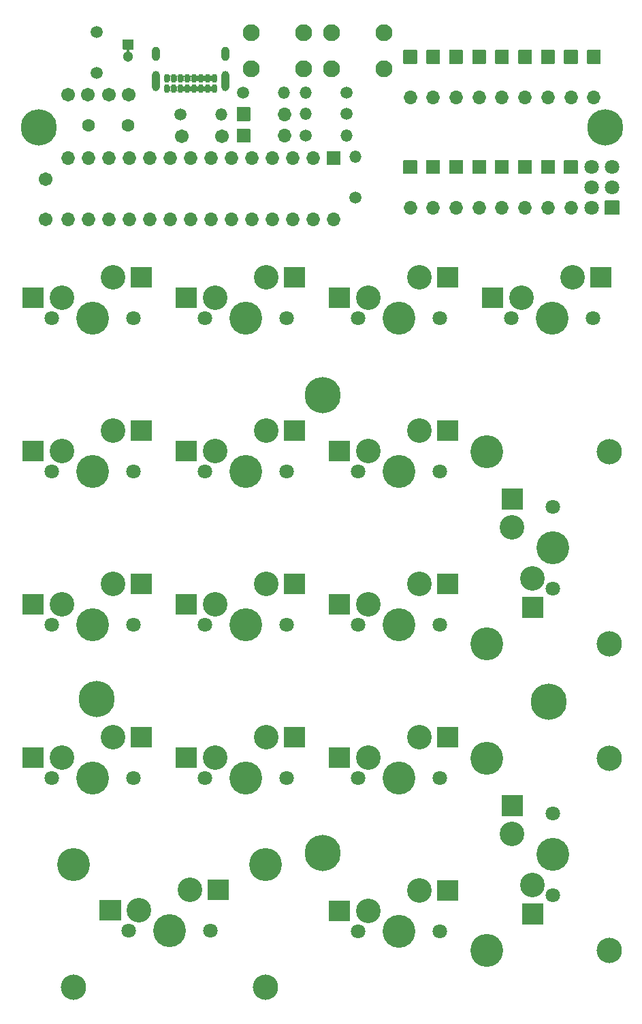
<source format=gbr>
%TF.GenerationSoftware,KiCad,Pcbnew,5.1.7-a382d34a8~88~ubuntu20.04.1*%
%TF.CreationDate,2021-03-29T23:27:39+02:00*%
%TF.ProjectId,discipad-pro,64697363-6970-4616-942d-70726f2e6b69,rev?*%
%TF.SameCoordinates,Original*%
%TF.FileFunction,Soldermask,Bot*%
%TF.FilePolarity,Negative*%
%FSLAX46Y46*%
G04 Gerber Fmt 4.6, Leading zero omitted, Abs format (unit mm)*
G04 Created by KiCad (PCBNEW 5.1.7-a382d34a8~88~ubuntu20.04.1) date 2021-03-29 23:27:39*
%MOMM*%
%LPD*%
G01*
G04 APERTURE LIST*
%ADD10C,3.150000*%
%ADD11C,4.089800*%
%ADD12C,4.082180*%
%ADD13C,3.052000*%
%ADD14C,1.802000*%
%ADD15C,2.102000*%
%ADD16O,1.702000X1.702000*%
%ADD17C,1.502000*%
%ADD18C,4.502000*%
%ADD19C,1.702000*%
%ADD20C,1.302000*%
%ADD21O,1.502000X1.502000*%
%ADD22O,1.002000X1.802000*%
%ADD23O,1.002000X2.502000*%
%ADD24O,0.752000X1.102000*%
%ADD25C,1.602000*%
%ADD26C,0.150000*%
G04 APERTURE END LIST*
D10*
X179451000Y-106934000D03*
D11*
X164211000Y-106934000D03*
X164211000Y-130810000D03*
D10*
X179451000Y-130810000D03*
G36*
G01*
X168676000Y-124906000D02*
X171176000Y-124906000D01*
G75*
G02*
X171227000Y-124957000I0J-51000D01*
G01*
X171227000Y-127507000D01*
G75*
G02*
X171176000Y-127558000I-51000J0D01*
G01*
X168676000Y-127558000D01*
G75*
G02*
X168625000Y-127507000I0J51000D01*
G01*
X168625000Y-124957000D01*
G75*
G02*
X168676000Y-124906000I51000J0D01*
G01*
G37*
D12*
X172466000Y-118872000D03*
D13*
X167386000Y-116332000D03*
X169926000Y-122682000D03*
G36*
G01*
X166136000Y-111456000D02*
X168636000Y-111456000D01*
G75*
G02*
X168687000Y-111507000I0J-51000D01*
G01*
X168687000Y-114057000D01*
G75*
G02*
X168636000Y-114108000I-51000J0D01*
G01*
X166136000Y-114108000D01*
G75*
G02*
X166085000Y-114057000I0J51000D01*
G01*
X166085000Y-111507000D01*
G75*
G02*
X166136000Y-111456000I51000J0D01*
G01*
G37*
D14*
X172466000Y-113792000D03*
X172466000Y-123952000D03*
D10*
X136704000Y-135307000D03*
D11*
X136704000Y-120067000D03*
X112828000Y-120067000D03*
D10*
X112828000Y-135307000D03*
G36*
G01*
X118732000Y-124532000D02*
X118732000Y-127032000D01*
G75*
G02*
X118681000Y-127083000I-51000J0D01*
G01*
X116131000Y-127083000D01*
G75*
G02*
X116080000Y-127032000I0J51000D01*
G01*
X116080000Y-124532000D01*
G75*
G02*
X116131000Y-124481000I51000J0D01*
G01*
X118681000Y-124481000D01*
G75*
G02*
X118732000Y-124532000I0J-51000D01*
G01*
G37*
D12*
X124766000Y-128322000D03*
D13*
X127306000Y-123242000D03*
X120956000Y-125782000D03*
G36*
G01*
X132182000Y-121992000D02*
X132182000Y-124492000D01*
G75*
G02*
X132131000Y-124543000I-51000J0D01*
G01*
X129581000Y-124543000D01*
G75*
G02*
X129530000Y-124492000I0J51000D01*
G01*
X129530000Y-121992000D01*
G75*
G02*
X129581000Y-121941000I51000J0D01*
G01*
X132131000Y-121941000D01*
G75*
G02*
X132182000Y-121992000I0J-51000D01*
G01*
G37*
D14*
X129846000Y-128322000D03*
X119686000Y-128322000D03*
D10*
X179451000Y-68834000D03*
D11*
X164211000Y-68834000D03*
X164211000Y-92710000D03*
D10*
X179451000Y-92710000D03*
G36*
G01*
X168676000Y-86806000D02*
X171176000Y-86806000D01*
G75*
G02*
X171227000Y-86857000I0J-51000D01*
G01*
X171227000Y-89407000D01*
G75*
G02*
X171176000Y-89458000I-51000J0D01*
G01*
X168676000Y-89458000D01*
G75*
G02*
X168625000Y-89407000I0J51000D01*
G01*
X168625000Y-86857000D01*
G75*
G02*
X168676000Y-86806000I51000J0D01*
G01*
G37*
D12*
X172466000Y-80772000D03*
D13*
X167386000Y-78232000D03*
X169926000Y-84582000D03*
G36*
G01*
X166136000Y-73356000D02*
X168636000Y-73356000D01*
G75*
G02*
X168687000Y-73407000I0J-51000D01*
G01*
X168687000Y-75957000D01*
G75*
G02*
X168636000Y-76008000I-51000J0D01*
G01*
X166136000Y-76008000D01*
G75*
G02*
X166085000Y-75957000I0J51000D01*
G01*
X166085000Y-73407000D01*
G75*
G02*
X166136000Y-73356000I51000J0D01*
G01*
G37*
D14*
X172466000Y-75692000D03*
X172466000Y-85852000D03*
G36*
G01*
X147255000Y-124607000D02*
X147255000Y-127107000D01*
G75*
G02*
X147204000Y-127158000I-51000J0D01*
G01*
X144654000Y-127158000D01*
G75*
G02*
X144603000Y-127107000I0J51000D01*
G01*
X144603000Y-124607000D01*
G75*
G02*
X144654000Y-124556000I51000J0D01*
G01*
X147204000Y-124556000D01*
G75*
G02*
X147255000Y-124607000I0J-51000D01*
G01*
G37*
D12*
X153289000Y-128397000D03*
D13*
X155829000Y-123317000D03*
X149479000Y-125857000D03*
G36*
G01*
X160705000Y-122067000D02*
X160705000Y-124567000D01*
G75*
G02*
X160654000Y-124618000I-51000J0D01*
G01*
X158104000Y-124618000D01*
G75*
G02*
X158053000Y-124567000I0J51000D01*
G01*
X158053000Y-122067000D01*
G75*
G02*
X158104000Y-122016000I51000J0D01*
G01*
X160654000Y-122016000D01*
G75*
G02*
X160705000Y-122067000I0J-51000D01*
G01*
G37*
D14*
X158369000Y-128397000D03*
X148209000Y-128397000D03*
G36*
G01*
X147255000Y-105557000D02*
X147255000Y-108057000D01*
G75*
G02*
X147204000Y-108108000I-51000J0D01*
G01*
X144654000Y-108108000D01*
G75*
G02*
X144603000Y-108057000I0J51000D01*
G01*
X144603000Y-105557000D01*
G75*
G02*
X144654000Y-105506000I51000J0D01*
G01*
X147204000Y-105506000D01*
G75*
G02*
X147255000Y-105557000I0J-51000D01*
G01*
G37*
D12*
X153289000Y-109347000D03*
D13*
X155829000Y-104267000D03*
X149479000Y-106807000D03*
G36*
G01*
X160705000Y-103017000D02*
X160705000Y-105517000D01*
G75*
G02*
X160654000Y-105568000I-51000J0D01*
G01*
X158104000Y-105568000D01*
G75*
G02*
X158053000Y-105517000I0J51000D01*
G01*
X158053000Y-103017000D01*
G75*
G02*
X158104000Y-102966000I51000J0D01*
G01*
X160654000Y-102966000D01*
G75*
G02*
X160705000Y-103017000I0J-51000D01*
G01*
G37*
D14*
X158369000Y-109347000D03*
X148209000Y-109347000D03*
G36*
G01*
X128205000Y-105557000D02*
X128205000Y-108057000D01*
G75*
G02*
X128154000Y-108108000I-51000J0D01*
G01*
X125604000Y-108108000D01*
G75*
G02*
X125553000Y-108057000I0J51000D01*
G01*
X125553000Y-105557000D01*
G75*
G02*
X125604000Y-105506000I51000J0D01*
G01*
X128154000Y-105506000D01*
G75*
G02*
X128205000Y-105557000I0J-51000D01*
G01*
G37*
D12*
X134239000Y-109347000D03*
D13*
X136779000Y-104267000D03*
X130429000Y-106807000D03*
G36*
G01*
X141655000Y-103017000D02*
X141655000Y-105517000D01*
G75*
G02*
X141604000Y-105568000I-51000J0D01*
G01*
X139054000Y-105568000D01*
G75*
G02*
X139003000Y-105517000I0J51000D01*
G01*
X139003000Y-103017000D01*
G75*
G02*
X139054000Y-102966000I51000J0D01*
G01*
X141604000Y-102966000D01*
G75*
G02*
X141655000Y-103017000I0J-51000D01*
G01*
G37*
D14*
X139319000Y-109347000D03*
X129159000Y-109347000D03*
G36*
G01*
X109155000Y-105557000D02*
X109155000Y-108057000D01*
G75*
G02*
X109104000Y-108108000I-51000J0D01*
G01*
X106554000Y-108108000D01*
G75*
G02*
X106503000Y-108057000I0J51000D01*
G01*
X106503000Y-105557000D01*
G75*
G02*
X106554000Y-105506000I51000J0D01*
G01*
X109104000Y-105506000D01*
G75*
G02*
X109155000Y-105557000I0J-51000D01*
G01*
G37*
D12*
X115189000Y-109347000D03*
D13*
X117729000Y-104267000D03*
X111379000Y-106807000D03*
G36*
G01*
X122605000Y-103017000D02*
X122605000Y-105517000D01*
G75*
G02*
X122554000Y-105568000I-51000J0D01*
G01*
X120004000Y-105568000D01*
G75*
G02*
X119953000Y-105517000I0J51000D01*
G01*
X119953000Y-103017000D01*
G75*
G02*
X120004000Y-102966000I51000J0D01*
G01*
X122554000Y-102966000D01*
G75*
G02*
X122605000Y-103017000I0J-51000D01*
G01*
G37*
D14*
X120269000Y-109347000D03*
X110109000Y-109347000D03*
G36*
G01*
X147255000Y-86507000D02*
X147255000Y-89007000D01*
G75*
G02*
X147204000Y-89058000I-51000J0D01*
G01*
X144654000Y-89058000D01*
G75*
G02*
X144603000Y-89007000I0J51000D01*
G01*
X144603000Y-86507000D01*
G75*
G02*
X144654000Y-86456000I51000J0D01*
G01*
X147204000Y-86456000D01*
G75*
G02*
X147255000Y-86507000I0J-51000D01*
G01*
G37*
D12*
X153289000Y-90297000D03*
D13*
X155829000Y-85217000D03*
X149479000Y-87757000D03*
G36*
G01*
X160705000Y-83967000D02*
X160705000Y-86467000D01*
G75*
G02*
X160654000Y-86518000I-51000J0D01*
G01*
X158104000Y-86518000D01*
G75*
G02*
X158053000Y-86467000I0J51000D01*
G01*
X158053000Y-83967000D01*
G75*
G02*
X158104000Y-83916000I51000J0D01*
G01*
X160654000Y-83916000D01*
G75*
G02*
X160705000Y-83967000I0J-51000D01*
G01*
G37*
D14*
X158369000Y-90297000D03*
X148209000Y-90297000D03*
G36*
G01*
X128205000Y-86507000D02*
X128205000Y-89007000D01*
G75*
G02*
X128154000Y-89058000I-51000J0D01*
G01*
X125604000Y-89058000D01*
G75*
G02*
X125553000Y-89007000I0J51000D01*
G01*
X125553000Y-86507000D01*
G75*
G02*
X125604000Y-86456000I51000J0D01*
G01*
X128154000Y-86456000D01*
G75*
G02*
X128205000Y-86507000I0J-51000D01*
G01*
G37*
D12*
X134239000Y-90297000D03*
D13*
X136779000Y-85217000D03*
X130429000Y-87757000D03*
G36*
G01*
X141655000Y-83967000D02*
X141655000Y-86467000D01*
G75*
G02*
X141604000Y-86518000I-51000J0D01*
G01*
X139054000Y-86518000D01*
G75*
G02*
X139003000Y-86467000I0J51000D01*
G01*
X139003000Y-83967000D01*
G75*
G02*
X139054000Y-83916000I51000J0D01*
G01*
X141604000Y-83916000D01*
G75*
G02*
X141655000Y-83967000I0J-51000D01*
G01*
G37*
D14*
X139319000Y-90297000D03*
X129159000Y-90297000D03*
G36*
G01*
X109155000Y-86507000D02*
X109155000Y-89007000D01*
G75*
G02*
X109104000Y-89058000I-51000J0D01*
G01*
X106554000Y-89058000D01*
G75*
G02*
X106503000Y-89007000I0J51000D01*
G01*
X106503000Y-86507000D01*
G75*
G02*
X106554000Y-86456000I51000J0D01*
G01*
X109104000Y-86456000D01*
G75*
G02*
X109155000Y-86507000I0J-51000D01*
G01*
G37*
D12*
X115189000Y-90297000D03*
D13*
X117729000Y-85217000D03*
X111379000Y-87757000D03*
G36*
G01*
X122605000Y-83967000D02*
X122605000Y-86467000D01*
G75*
G02*
X122554000Y-86518000I-51000J0D01*
G01*
X120004000Y-86518000D01*
G75*
G02*
X119953000Y-86467000I0J51000D01*
G01*
X119953000Y-83967000D01*
G75*
G02*
X120004000Y-83916000I51000J0D01*
G01*
X122554000Y-83916000D01*
G75*
G02*
X122605000Y-83967000I0J-51000D01*
G01*
G37*
D14*
X120269000Y-90297000D03*
X110109000Y-90297000D03*
G36*
G01*
X147255000Y-67457000D02*
X147255000Y-69957000D01*
G75*
G02*
X147204000Y-70008000I-51000J0D01*
G01*
X144654000Y-70008000D01*
G75*
G02*
X144603000Y-69957000I0J51000D01*
G01*
X144603000Y-67457000D01*
G75*
G02*
X144654000Y-67406000I51000J0D01*
G01*
X147204000Y-67406000D01*
G75*
G02*
X147255000Y-67457000I0J-51000D01*
G01*
G37*
D12*
X153289000Y-71247000D03*
D13*
X155829000Y-66167000D03*
X149479000Y-68707000D03*
G36*
G01*
X160705000Y-64917000D02*
X160705000Y-67417000D01*
G75*
G02*
X160654000Y-67468000I-51000J0D01*
G01*
X158104000Y-67468000D01*
G75*
G02*
X158053000Y-67417000I0J51000D01*
G01*
X158053000Y-64917000D01*
G75*
G02*
X158104000Y-64866000I51000J0D01*
G01*
X160654000Y-64866000D01*
G75*
G02*
X160705000Y-64917000I0J-51000D01*
G01*
G37*
D14*
X158369000Y-71247000D03*
X148209000Y-71247000D03*
G36*
G01*
X128205000Y-67457000D02*
X128205000Y-69957000D01*
G75*
G02*
X128154000Y-70008000I-51000J0D01*
G01*
X125604000Y-70008000D01*
G75*
G02*
X125553000Y-69957000I0J51000D01*
G01*
X125553000Y-67457000D01*
G75*
G02*
X125604000Y-67406000I51000J0D01*
G01*
X128154000Y-67406000D01*
G75*
G02*
X128205000Y-67457000I0J-51000D01*
G01*
G37*
D12*
X134239000Y-71247000D03*
D13*
X136779000Y-66167000D03*
X130429000Y-68707000D03*
G36*
G01*
X141655000Y-64917000D02*
X141655000Y-67417000D01*
G75*
G02*
X141604000Y-67468000I-51000J0D01*
G01*
X139054000Y-67468000D01*
G75*
G02*
X139003000Y-67417000I0J51000D01*
G01*
X139003000Y-64917000D01*
G75*
G02*
X139054000Y-64866000I51000J0D01*
G01*
X141604000Y-64866000D01*
G75*
G02*
X141655000Y-64917000I0J-51000D01*
G01*
G37*
D14*
X139319000Y-71247000D03*
X129159000Y-71247000D03*
G36*
G01*
X109155000Y-67457000D02*
X109155000Y-69957000D01*
G75*
G02*
X109104000Y-70008000I-51000J0D01*
G01*
X106554000Y-70008000D01*
G75*
G02*
X106503000Y-69957000I0J51000D01*
G01*
X106503000Y-67457000D01*
G75*
G02*
X106554000Y-67406000I51000J0D01*
G01*
X109104000Y-67406000D01*
G75*
G02*
X109155000Y-67457000I0J-51000D01*
G01*
G37*
D12*
X115189000Y-71247000D03*
D13*
X117729000Y-66167000D03*
X111379000Y-68707000D03*
G36*
G01*
X122605000Y-64917000D02*
X122605000Y-67417000D01*
G75*
G02*
X122554000Y-67468000I-51000J0D01*
G01*
X120004000Y-67468000D01*
G75*
G02*
X119953000Y-67417000I0J51000D01*
G01*
X119953000Y-64917000D01*
G75*
G02*
X120004000Y-64866000I51000J0D01*
G01*
X122554000Y-64866000D01*
G75*
G02*
X122605000Y-64917000I0J-51000D01*
G01*
G37*
D14*
X120269000Y-71247000D03*
X110109000Y-71247000D03*
G36*
G01*
X166305000Y-48407000D02*
X166305000Y-50907000D01*
G75*
G02*
X166254000Y-50958000I-51000J0D01*
G01*
X163704000Y-50958000D01*
G75*
G02*
X163653000Y-50907000I0J51000D01*
G01*
X163653000Y-48407000D01*
G75*
G02*
X163704000Y-48356000I51000J0D01*
G01*
X166254000Y-48356000D01*
G75*
G02*
X166305000Y-48407000I0J-51000D01*
G01*
G37*
D12*
X172339000Y-52197000D03*
D13*
X174879000Y-47117000D03*
X168529000Y-49657000D03*
G36*
G01*
X179755000Y-45867000D02*
X179755000Y-48367000D01*
G75*
G02*
X179704000Y-48418000I-51000J0D01*
G01*
X177154000Y-48418000D01*
G75*
G02*
X177103000Y-48367000I0J51000D01*
G01*
X177103000Y-45867000D01*
G75*
G02*
X177154000Y-45816000I51000J0D01*
G01*
X179704000Y-45816000D01*
G75*
G02*
X179755000Y-45867000I0J-51000D01*
G01*
G37*
D14*
X177419000Y-52197000D03*
X167259000Y-52197000D03*
G36*
G01*
X147255000Y-48407000D02*
X147255000Y-50907000D01*
G75*
G02*
X147204000Y-50958000I-51000J0D01*
G01*
X144654000Y-50958000D01*
G75*
G02*
X144603000Y-50907000I0J51000D01*
G01*
X144603000Y-48407000D01*
G75*
G02*
X144654000Y-48356000I51000J0D01*
G01*
X147204000Y-48356000D01*
G75*
G02*
X147255000Y-48407000I0J-51000D01*
G01*
G37*
D12*
X153289000Y-52197000D03*
D13*
X155829000Y-47117000D03*
X149479000Y-49657000D03*
G36*
G01*
X160705000Y-45867000D02*
X160705000Y-48367000D01*
G75*
G02*
X160654000Y-48418000I-51000J0D01*
G01*
X158104000Y-48418000D01*
G75*
G02*
X158053000Y-48367000I0J51000D01*
G01*
X158053000Y-45867000D01*
G75*
G02*
X158104000Y-45816000I51000J0D01*
G01*
X160654000Y-45816000D01*
G75*
G02*
X160705000Y-45867000I0J-51000D01*
G01*
G37*
D14*
X158369000Y-52197000D03*
X148209000Y-52197000D03*
G36*
G01*
X128205000Y-48407000D02*
X128205000Y-50907000D01*
G75*
G02*
X128154000Y-50958000I-51000J0D01*
G01*
X125604000Y-50958000D01*
G75*
G02*
X125553000Y-50907000I0J51000D01*
G01*
X125553000Y-48407000D01*
G75*
G02*
X125604000Y-48356000I51000J0D01*
G01*
X128154000Y-48356000D01*
G75*
G02*
X128205000Y-48407000I0J-51000D01*
G01*
G37*
D12*
X134239000Y-52197000D03*
D13*
X136779000Y-47117000D03*
X130429000Y-49657000D03*
G36*
G01*
X141655000Y-45867000D02*
X141655000Y-48367000D01*
G75*
G02*
X141604000Y-48418000I-51000J0D01*
G01*
X139054000Y-48418000D01*
G75*
G02*
X139003000Y-48367000I0J51000D01*
G01*
X139003000Y-45867000D01*
G75*
G02*
X139054000Y-45816000I51000J0D01*
G01*
X141604000Y-45816000D01*
G75*
G02*
X141655000Y-45867000I0J-51000D01*
G01*
G37*
D14*
X139319000Y-52197000D03*
X129159000Y-52197000D03*
G36*
G01*
X109155000Y-48407000D02*
X109155000Y-50907000D01*
G75*
G02*
X109104000Y-50958000I-51000J0D01*
G01*
X106554000Y-50958000D01*
G75*
G02*
X106503000Y-50907000I0J51000D01*
G01*
X106503000Y-48407000D01*
G75*
G02*
X106554000Y-48356000I51000J0D01*
G01*
X109104000Y-48356000D01*
G75*
G02*
X109155000Y-48407000I0J-51000D01*
G01*
G37*
D12*
X115189000Y-52197000D03*
D13*
X117729000Y-47117000D03*
X111379000Y-49657000D03*
G36*
G01*
X122605000Y-45867000D02*
X122605000Y-48367000D01*
G75*
G02*
X122554000Y-48418000I-51000J0D01*
G01*
X120004000Y-48418000D01*
G75*
G02*
X119953000Y-48367000I0J51000D01*
G01*
X119953000Y-45867000D01*
G75*
G02*
X120004000Y-45816000I51000J0D01*
G01*
X122554000Y-45816000D01*
G75*
G02*
X122605000Y-45867000I0J-51000D01*
G01*
G37*
D14*
X120269000Y-52197000D03*
X110109000Y-52197000D03*
D15*
X151470929Y-16693091D03*
X151470929Y-21193091D03*
X144970929Y-16693091D03*
X144970929Y-21193091D03*
D16*
X177550923Y-24807330D03*
G36*
G01*
X176750923Y-18876330D02*
X178350923Y-18876330D01*
G75*
G02*
X178401923Y-18927330I0J-51000D01*
G01*
X178401923Y-20527330D01*
G75*
G02*
X178350923Y-20578330I-51000J0D01*
G01*
X176750923Y-20578330D01*
G75*
G02*
X176699923Y-20527330I0J51000D01*
G01*
X176699923Y-18927330D01*
G75*
G02*
X176750923Y-18876330I51000J0D01*
G01*
G37*
X174696610Y-38488743D03*
G36*
G01*
X173896610Y-32557743D02*
X175496610Y-32557743D01*
G75*
G02*
X175547610Y-32608743I0J-51000D01*
G01*
X175547610Y-34208743D01*
G75*
G02*
X175496610Y-34259743I-51000J0D01*
G01*
X173896610Y-34259743D01*
G75*
G02*
X173845610Y-34208743I0J51000D01*
G01*
X173845610Y-32608743D01*
G75*
G02*
X173896610Y-32557743I51000J0D01*
G01*
G37*
X171842297Y-38488743D03*
G36*
G01*
X171042297Y-32557743D02*
X172642297Y-32557743D01*
G75*
G02*
X172693297Y-32608743I0J-51000D01*
G01*
X172693297Y-34208743D01*
G75*
G02*
X172642297Y-34259743I-51000J0D01*
G01*
X171042297Y-34259743D01*
G75*
G02*
X170991297Y-34208743I0J51000D01*
G01*
X170991297Y-32608743D01*
G75*
G02*
X171042297Y-32557743I51000J0D01*
G01*
G37*
X168987991Y-38488743D03*
G36*
G01*
X168187991Y-32557743D02*
X169787991Y-32557743D01*
G75*
G02*
X169838991Y-32608743I0J-51000D01*
G01*
X169838991Y-34208743D01*
G75*
G02*
X169787991Y-34259743I-51000J0D01*
G01*
X168187991Y-34259743D01*
G75*
G02*
X168136991Y-34208743I0J51000D01*
G01*
X168136991Y-32608743D01*
G75*
G02*
X168187991Y-32557743I51000J0D01*
G01*
G37*
X166133685Y-38488743D03*
G36*
G01*
X165333685Y-32557743D02*
X166933685Y-32557743D01*
G75*
G02*
X166984685Y-32608743I0J-51000D01*
G01*
X166984685Y-34208743D01*
G75*
G02*
X166933685Y-34259743I-51000J0D01*
G01*
X165333685Y-34259743D01*
G75*
G02*
X165282685Y-34208743I0J51000D01*
G01*
X165282685Y-32608743D01*
G75*
G02*
X165333685Y-32557743I51000J0D01*
G01*
G37*
X163279379Y-38488743D03*
G36*
G01*
X162479379Y-32557743D02*
X164079379Y-32557743D01*
G75*
G02*
X164130379Y-32608743I0J-51000D01*
G01*
X164130379Y-34208743D01*
G75*
G02*
X164079379Y-34259743I-51000J0D01*
G01*
X162479379Y-34259743D01*
G75*
G02*
X162428379Y-34208743I0J51000D01*
G01*
X162428379Y-32608743D01*
G75*
G02*
X162479379Y-32557743I51000J0D01*
G01*
G37*
X160425073Y-38488743D03*
G36*
G01*
X159625073Y-32557743D02*
X161225073Y-32557743D01*
G75*
G02*
X161276073Y-32608743I0J-51000D01*
G01*
X161276073Y-34208743D01*
G75*
G02*
X161225073Y-34259743I-51000J0D01*
G01*
X159625073Y-34259743D01*
G75*
G02*
X159574073Y-34208743I0J51000D01*
G01*
X159574073Y-32608743D01*
G75*
G02*
X159625073Y-32557743I51000J0D01*
G01*
G37*
X157570767Y-38488743D03*
G36*
G01*
X156770767Y-32557743D02*
X158370767Y-32557743D01*
G75*
G02*
X158421767Y-32608743I0J-51000D01*
G01*
X158421767Y-34208743D01*
G75*
G02*
X158370767Y-34259743I-51000J0D01*
G01*
X156770767Y-34259743D01*
G75*
G02*
X156719767Y-34208743I0J51000D01*
G01*
X156719767Y-32608743D01*
G75*
G02*
X156770767Y-32557743I51000J0D01*
G01*
G37*
X154716461Y-38488743D03*
G36*
G01*
X153916461Y-32557743D02*
X155516461Y-32557743D01*
G75*
G02*
X155567461Y-32608743I0J-51000D01*
G01*
X155567461Y-34208743D01*
G75*
G02*
X155516461Y-34259743I-51000J0D01*
G01*
X153916461Y-34259743D01*
G75*
G02*
X153865461Y-34208743I0J51000D01*
G01*
X153865461Y-32608743D01*
G75*
G02*
X153916461Y-32557743I51000J0D01*
G01*
G37*
X174696610Y-24807330D03*
G36*
G01*
X173896610Y-18876330D02*
X175496610Y-18876330D01*
G75*
G02*
X175547610Y-18927330I0J-51000D01*
G01*
X175547610Y-20527330D01*
G75*
G02*
X175496610Y-20578330I-51000J0D01*
G01*
X173896610Y-20578330D01*
G75*
G02*
X173845610Y-20527330I0J51000D01*
G01*
X173845610Y-18927330D01*
G75*
G02*
X173896610Y-18876330I51000J0D01*
G01*
G37*
X171842297Y-24807330D03*
G36*
G01*
X171042297Y-18876330D02*
X172642297Y-18876330D01*
G75*
G02*
X172693297Y-18927330I0J-51000D01*
G01*
X172693297Y-20527330D01*
G75*
G02*
X172642297Y-20578330I-51000J0D01*
G01*
X171042297Y-20578330D01*
G75*
G02*
X170991297Y-20527330I0J51000D01*
G01*
X170991297Y-18927330D01*
G75*
G02*
X171042297Y-18876330I51000J0D01*
G01*
G37*
X168987991Y-24807330D03*
G36*
G01*
X168187991Y-18876330D02*
X169787991Y-18876330D01*
G75*
G02*
X169838991Y-18927330I0J-51000D01*
G01*
X169838991Y-20527330D01*
G75*
G02*
X169787991Y-20578330I-51000J0D01*
G01*
X168187991Y-20578330D01*
G75*
G02*
X168136991Y-20527330I0J51000D01*
G01*
X168136991Y-18927330D01*
G75*
G02*
X168187991Y-18876330I51000J0D01*
G01*
G37*
X166133685Y-24807330D03*
G36*
G01*
X165333685Y-18876330D02*
X166933685Y-18876330D01*
G75*
G02*
X166984685Y-18927330I0J-51000D01*
G01*
X166984685Y-20527330D01*
G75*
G02*
X166933685Y-20578330I-51000J0D01*
G01*
X165333685Y-20578330D01*
G75*
G02*
X165282685Y-20527330I0J51000D01*
G01*
X165282685Y-18927330D01*
G75*
G02*
X165333685Y-18876330I51000J0D01*
G01*
G37*
X163279379Y-24807330D03*
G36*
G01*
X162479379Y-18876330D02*
X164079379Y-18876330D01*
G75*
G02*
X164130379Y-18927330I0J-51000D01*
G01*
X164130379Y-20527330D01*
G75*
G02*
X164079379Y-20578330I-51000J0D01*
G01*
X162479379Y-20578330D01*
G75*
G02*
X162428379Y-20527330I0J51000D01*
G01*
X162428379Y-18927330D01*
G75*
G02*
X162479379Y-18876330I51000J0D01*
G01*
G37*
X160425073Y-24807330D03*
G36*
G01*
X159625073Y-18876330D02*
X161225073Y-18876330D01*
G75*
G02*
X161276073Y-18927330I0J-51000D01*
G01*
X161276073Y-20527330D01*
G75*
G02*
X161225073Y-20578330I-51000J0D01*
G01*
X159625073Y-20578330D01*
G75*
G02*
X159574073Y-20527330I0J51000D01*
G01*
X159574073Y-18927330D01*
G75*
G02*
X159625073Y-18876330I51000J0D01*
G01*
G37*
X157570767Y-24807330D03*
G36*
G01*
X156770767Y-18876330D02*
X158370767Y-18876330D01*
G75*
G02*
X158421767Y-18927330I0J-51000D01*
G01*
X158421767Y-20527330D01*
G75*
G02*
X158370767Y-20578330I-51000J0D01*
G01*
X156770767Y-20578330D01*
G75*
G02*
X156719767Y-20527330I0J51000D01*
G01*
X156719767Y-18927330D01*
G75*
G02*
X156770767Y-18876330I51000J0D01*
G01*
G37*
X154716461Y-24807330D03*
G36*
G01*
X153916461Y-18876330D02*
X155516461Y-18876330D01*
G75*
G02*
X155567461Y-18927330I0J-51000D01*
G01*
X155567461Y-20527330D01*
G75*
G02*
X155516461Y-20578330I-51000J0D01*
G01*
X153916461Y-20578330D01*
G75*
G02*
X153865461Y-20527330I0J51000D01*
G01*
X153865461Y-18927330D01*
G75*
G02*
X153916461Y-18876330I51000J0D01*
G01*
G37*
X139054831Y-29536623D03*
G36*
G01*
X133123831Y-30336623D02*
X133123831Y-28736623D01*
G75*
G02*
X133174831Y-28685623I51000J0D01*
G01*
X134774831Y-28685623D01*
G75*
G02*
X134825831Y-28736623I0J-51000D01*
G01*
X134825831Y-30336623D01*
G75*
G02*
X134774831Y-30387623I-51000J0D01*
G01*
X133174831Y-30387623D01*
G75*
G02*
X133123831Y-30336623I0J51000D01*
G01*
G37*
X139054831Y-26841931D03*
G36*
G01*
X133123831Y-27641931D02*
X133123831Y-26041931D01*
G75*
G02*
X133174831Y-25990931I51000J0D01*
G01*
X134774831Y-25990931D01*
G75*
G02*
X134825831Y-26041931I0J-51000D01*
G01*
X134825831Y-27641931D01*
G75*
G02*
X134774831Y-27692931I-51000J0D01*
G01*
X133174831Y-27692931D01*
G75*
G02*
X133123831Y-27641931I0J51000D01*
G01*
G37*
D17*
X115714273Y-16610309D03*
X115714273Y-21710309D03*
D18*
X143833559Y-118686673D03*
X115752543Y-99566685D03*
X171914575Y-99841686D03*
X143833559Y-61784261D03*
X179001130Y-28475773D03*
X108503031Y-28475773D03*
D19*
X117219101Y-24409709D03*
X119719101Y-24409709D03*
X112164393Y-24392211D03*
X114664393Y-24392211D03*
G36*
G01*
X119033824Y-17529421D02*
X120233826Y-17529421D01*
G75*
G02*
X120284825Y-17580420I0J-50999D01*
G01*
X120284825Y-18780422D01*
G75*
G02*
X120233826Y-18831421I-50999J0D01*
G01*
X119033824Y-18831421D01*
G75*
G02*
X118982825Y-18780422I0J50999D01*
G01*
X118982825Y-17580420D01*
G75*
G02*
X119033824Y-17529421I50999J0D01*
G01*
G37*
D20*
X119633825Y-19680421D03*
D19*
X126287493Y-29571619D03*
X131287493Y-29571619D03*
X109414993Y-34908509D03*
X109414993Y-39908509D03*
D21*
X141703959Y-24147239D03*
D17*
X146783959Y-24147239D03*
X126178077Y-26841931D03*
D21*
X131258077Y-26841931D03*
D17*
X133929691Y-24199733D03*
D21*
X139009691Y-24199733D03*
X146783959Y-29484129D03*
D17*
X141703959Y-29484129D03*
D21*
X141703959Y-26771939D03*
D17*
X146783959Y-26771939D03*
X147875597Y-37235743D03*
D21*
X147875597Y-32155743D03*
D15*
X134962073Y-21193091D03*
X134962073Y-16693091D03*
X141462073Y-21193091D03*
X141462073Y-16693091D03*
G36*
G01*
X144363407Y-31450307D02*
X145963407Y-31450307D01*
G75*
G02*
X146014407Y-31501307I0J-51000D01*
G01*
X146014407Y-33101307D01*
G75*
G02*
X145963407Y-33152307I-51000J0D01*
G01*
X144363407Y-33152307D01*
G75*
G02*
X144312407Y-33101307I0J51000D01*
G01*
X144312407Y-31501307D01*
G75*
G02*
X144363407Y-31450307I51000J0D01*
G01*
G37*
D16*
X112143407Y-39921307D03*
X142623407Y-32301307D03*
X114683407Y-39921307D03*
X140083407Y-32301307D03*
X117223407Y-39921307D03*
X137543407Y-32301307D03*
X119763407Y-39921307D03*
X135003407Y-32301307D03*
X122303407Y-39921307D03*
X132463407Y-32301307D03*
X124843407Y-39921307D03*
X129923407Y-32301307D03*
X127383407Y-39921307D03*
X127383407Y-32301307D03*
X129923407Y-39921307D03*
X124843407Y-32301307D03*
X132463407Y-39921307D03*
X122303407Y-32301307D03*
X135003407Y-39921307D03*
X119763407Y-32301307D03*
X137543407Y-39921307D03*
X117223407Y-32301307D03*
X140083407Y-39921307D03*
X114683407Y-32301307D03*
X142623407Y-39921307D03*
X112143407Y-32301307D03*
X145163407Y-39921307D03*
D22*
X123077937Y-19342987D03*
X131727937Y-19342987D03*
D23*
X123077937Y-22722987D03*
X131727937Y-22722987D03*
D24*
X124422937Y-22377987D03*
X125272937Y-22377987D03*
X126122937Y-22377987D03*
X126972937Y-22377987D03*
X127822937Y-22377987D03*
X128672937Y-22377987D03*
X129522937Y-22377987D03*
X130377937Y-22377987D03*
X124427937Y-23702987D03*
X125277937Y-23702987D03*
X126127937Y-23702987D03*
X126977937Y-23702987D03*
X127827937Y-23702987D03*
X129527937Y-23702987D03*
X130377937Y-23702987D03*
X128677937Y-23702987D03*
D25*
X119616327Y-28276767D03*
X114736327Y-28276767D03*
D14*
X177279591Y-33383393D03*
X179819591Y-33383393D03*
X177279591Y-35923393D03*
X179819591Y-35923393D03*
X177279591Y-38463393D03*
G36*
G01*
X180669591Y-39364393D02*
X178969591Y-39364393D01*
G75*
G02*
X178918591Y-39313393I0J51000D01*
G01*
X178918591Y-37613393D01*
G75*
G02*
X178969591Y-37562393I51000J0D01*
G01*
X180669591Y-37562393D01*
G75*
G02*
X180720591Y-37613393I0J-51000D01*
G01*
X180720591Y-39313393D01*
G75*
G02*
X180669591Y-39364393I-51000J0D01*
G01*
G37*
D26*
G36*
X129847775Y-23328350D02*
G01*
X129857870Y-23343457D01*
X129874918Y-23360503D01*
X129894966Y-23373897D01*
X129917240Y-23383122D01*
X129940890Y-23387826D01*
X129964996Y-23387825D01*
X129988646Y-23383119D01*
X130010920Y-23373892D01*
X130030967Y-23360496D01*
X130048013Y-23343448D01*
X130058098Y-23328354D01*
X130059892Y-23327469D01*
X130061555Y-23328580D01*
X130061525Y-23330408D01*
X130032416Y-23384867D01*
X130011132Y-23455028D01*
X130003937Y-23528081D01*
X130003937Y-23877893D01*
X130011132Y-23950945D01*
X130032415Y-24021106D01*
X130061527Y-24075570D01*
X130061461Y-24077569D01*
X130059698Y-24078512D01*
X130058100Y-24077624D01*
X130048009Y-24062522D01*
X130030962Y-24045475D01*
X130010915Y-24032080D01*
X129988641Y-24022854D01*
X129964991Y-24018149D01*
X129940885Y-24018149D01*
X129917234Y-24022853D01*
X129894961Y-24032079D01*
X129874913Y-24045474D01*
X129857866Y-24062521D01*
X129847776Y-24077621D01*
X129845982Y-24078506D01*
X129844319Y-24077395D01*
X129844349Y-24075567D01*
X129873459Y-24021107D01*
X129894742Y-23950946D01*
X129901937Y-23877893D01*
X129901937Y-23528081D01*
X129894742Y-23455028D01*
X129873459Y-23384867D01*
X129844348Y-23330404D01*
X129844414Y-23328405D01*
X129846177Y-23327462D01*
X129847775Y-23328350D01*
G37*
G36*
X124747775Y-23328350D02*
G01*
X124757870Y-23343457D01*
X124774918Y-23360503D01*
X124794966Y-23373897D01*
X124817240Y-23383122D01*
X124840890Y-23387826D01*
X124864996Y-23387825D01*
X124888646Y-23383119D01*
X124910920Y-23373892D01*
X124930967Y-23360496D01*
X124948013Y-23343448D01*
X124958098Y-23328354D01*
X124959892Y-23327469D01*
X124961555Y-23328580D01*
X124961525Y-23330408D01*
X124932416Y-23384867D01*
X124911132Y-23455028D01*
X124903937Y-23528081D01*
X124903937Y-23877893D01*
X124911132Y-23950945D01*
X124932415Y-24021106D01*
X124961527Y-24075570D01*
X124961461Y-24077569D01*
X124959698Y-24078512D01*
X124958100Y-24077624D01*
X124948009Y-24062522D01*
X124930962Y-24045475D01*
X124910915Y-24032080D01*
X124888641Y-24022854D01*
X124864991Y-24018149D01*
X124840885Y-24018149D01*
X124817234Y-24022853D01*
X124794961Y-24032079D01*
X124774913Y-24045474D01*
X124757866Y-24062521D01*
X124747776Y-24077621D01*
X124745982Y-24078506D01*
X124744319Y-24077395D01*
X124744349Y-24075567D01*
X124773459Y-24021107D01*
X124794742Y-23950946D01*
X124801937Y-23877893D01*
X124801937Y-23528081D01*
X124794742Y-23455028D01*
X124773459Y-23384867D01*
X124744348Y-23330404D01*
X124744414Y-23328405D01*
X124746177Y-23327462D01*
X124747775Y-23328350D01*
G37*
G36*
X127297775Y-23328350D02*
G01*
X127307870Y-23343457D01*
X127324918Y-23360503D01*
X127344966Y-23373897D01*
X127367240Y-23383122D01*
X127390890Y-23387826D01*
X127414996Y-23387825D01*
X127438646Y-23383119D01*
X127460920Y-23373892D01*
X127480967Y-23360496D01*
X127498013Y-23343448D01*
X127508098Y-23328354D01*
X127509892Y-23327469D01*
X127511555Y-23328580D01*
X127511525Y-23330408D01*
X127482416Y-23384867D01*
X127461132Y-23455028D01*
X127453937Y-23528081D01*
X127453937Y-23877893D01*
X127461132Y-23950945D01*
X127482415Y-24021106D01*
X127511527Y-24075570D01*
X127511461Y-24077569D01*
X127509698Y-24078512D01*
X127508100Y-24077624D01*
X127498009Y-24062522D01*
X127480962Y-24045475D01*
X127460915Y-24032080D01*
X127438641Y-24022854D01*
X127414991Y-24018149D01*
X127390885Y-24018149D01*
X127367234Y-24022853D01*
X127344961Y-24032079D01*
X127324913Y-24045474D01*
X127307866Y-24062521D01*
X127297776Y-24077621D01*
X127295982Y-24078506D01*
X127294319Y-24077395D01*
X127294349Y-24075567D01*
X127323459Y-24021107D01*
X127344742Y-23950946D01*
X127351937Y-23877893D01*
X127351937Y-23528081D01*
X127344742Y-23455028D01*
X127323459Y-23384867D01*
X127294348Y-23330404D01*
X127294414Y-23328405D01*
X127296177Y-23327462D01*
X127297775Y-23328350D01*
G37*
G36*
X128997775Y-23328350D02*
G01*
X129007870Y-23343457D01*
X129024918Y-23360503D01*
X129044966Y-23373897D01*
X129067240Y-23383122D01*
X129090890Y-23387826D01*
X129114996Y-23387825D01*
X129138646Y-23383119D01*
X129160920Y-23373892D01*
X129180967Y-23360496D01*
X129198013Y-23343448D01*
X129208098Y-23328354D01*
X129209892Y-23327469D01*
X129211555Y-23328580D01*
X129211525Y-23330408D01*
X129182416Y-23384867D01*
X129161132Y-23455028D01*
X129153937Y-23528081D01*
X129153937Y-23877893D01*
X129161132Y-23950945D01*
X129182415Y-24021106D01*
X129211527Y-24075570D01*
X129211461Y-24077569D01*
X129209698Y-24078512D01*
X129208100Y-24077624D01*
X129198009Y-24062522D01*
X129180962Y-24045475D01*
X129160915Y-24032080D01*
X129138641Y-24022854D01*
X129114991Y-24018149D01*
X129090885Y-24018149D01*
X129067234Y-24022853D01*
X129044961Y-24032079D01*
X129024913Y-24045474D01*
X129007866Y-24062521D01*
X128997776Y-24077621D01*
X128995982Y-24078506D01*
X128994319Y-24077395D01*
X128994349Y-24075567D01*
X129023459Y-24021107D01*
X129044742Y-23950946D01*
X129051937Y-23877893D01*
X129051937Y-23528081D01*
X129044742Y-23455028D01*
X129023459Y-23384867D01*
X128994348Y-23330404D01*
X128994414Y-23328405D01*
X128996177Y-23327462D01*
X128997775Y-23328350D01*
G37*
G36*
X125597775Y-23328350D02*
G01*
X125607870Y-23343457D01*
X125624918Y-23360503D01*
X125644966Y-23373897D01*
X125667240Y-23383122D01*
X125690890Y-23387826D01*
X125714996Y-23387825D01*
X125738646Y-23383119D01*
X125760920Y-23373892D01*
X125780967Y-23360496D01*
X125798013Y-23343448D01*
X125808098Y-23328354D01*
X125809892Y-23327469D01*
X125811555Y-23328580D01*
X125811525Y-23330408D01*
X125782416Y-23384867D01*
X125761132Y-23455028D01*
X125753937Y-23528081D01*
X125753937Y-23877893D01*
X125761132Y-23950945D01*
X125782415Y-24021106D01*
X125811527Y-24075570D01*
X125811461Y-24077569D01*
X125809698Y-24078512D01*
X125808100Y-24077624D01*
X125798009Y-24062522D01*
X125780962Y-24045475D01*
X125760915Y-24032080D01*
X125738641Y-24022854D01*
X125714991Y-24018149D01*
X125690885Y-24018149D01*
X125667234Y-24022853D01*
X125644961Y-24032079D01*
X125624913Y-24045474D01*
X125607866Y-24062521D01*
X125597776Y-24077621D01*
X125595982Y-24078506D01*
X125594319Y-24077395D01*
X125594349Y-24075567D01*
X125623459Y-24021107D01*
X125644742Y-23950946D01*
X125651937Y-23877893D01*
X125651937Y-23528081D01*
X125644742Y-23455028D01*
X125623459Y-23384867D01*
X125594348Y-23330404D01*
X125594414Y-23328405D01*
X125596177Y-23327462D01*
X125597775Y-23328350D01*
G37*
G36*
X126447775Y-23328350D02*
G01*
X126457870Y-23343457D01*
X126474918Y-23360503D01*
X126494966Y-23373897D01*
X126517240Y-23383122D01*
X126540890Y-23387826D01*
X126564996Y-23387825D01*
X126588646Y-23383119D01*
X126610920Y-23373892D01*
X126630967Y-23360496D01*
X126648013Y-23343448D01*
X126658098Y-23328354D01*
X126659892Y-23327469D01*
X126661555Y-23328580D01*
X126661525Y-23330408D01*
X126632416Y-23384867D01*
X126611132Y-23455028D01*
X126603937Y-23528081D01*
X126603937Y-23877893D01*
X126611132Y-23950945D01*
X126632415Y-24021106D01*
X126661527Y-24075570D01*
X126661461Y-24077569D01*
X126659698Y-24078512D01*
X126658100Y-24077624D01*
X126648009Y-24062522D01*
X126630962Y-24045475D01*
X126610915Y-24032080D01*
X126588641Y-24022854D01*
X126564991Y-24018149D01*
X126540885Y-24018149D01*
X126517234Y-24022853D01*
X126494961Y-24032079D01*
X126474913Y-24045474D01*
X126457866Y-24062521D01*
X126447776Y-24077621D01*
X126445982Y-24078506D01*
X126444319Y-24077395D01*
X126444349Y-24075567D01*
X126473459Y-24021107D01*
X126494742Y-23950946D01*
X126501937Y-23877893D01*
X126501937Y-23528081D01*
X126494742Y-23455028D01*
X126473459Y-23384867D01*
X126444348Y-23330404D01*
X126444414Y-23328405D01*
X126446177Y-23327462D01*
X126447775Y-23328350D01*
G37*
G36*
X128147775Y-23328350D02*
G01*
X128157870Y-23343457D01*
X128174918Y-23360503D01*
X128194966Y-23373897D01*
X128217240Y-23383122D01*
X128240890Y-23387826D01*
X128264996Y-23387825D01*
X128288646Y-23383119D01*
X128310920Y-23373892D01*
X128330967Y-23360496D01*
X128348013Y-23343448D01*
X128358098Y-23328354D01*
X128359892Y-23327469D01*
X128361555Y-23328580D01*
X128361525Y-23330408D01*
X128332416Y-23384867D01*
X128311132Y-23455028D01*
X128303937Y-23528081D01*
X128303937Y-23877893D01*
X128311132Y-23950945D01*
X128332415Y-24021106D01*
X128361527Y-24075570D01*
X128361461Y-24077569D01*
X128359698Y-24078512D01*
X128358100Y-24077624D01*
X128348009Y-24062522D01*
X128330962Y-24045475D01*
X128310915Y-24032080D01*
X128288641Y-24022854D01*
X128264991Y-24018149D01*
X128240885Y-24018149D01*
X128217234Y-24022853D01*
X128194961Y-24032079D01*
X128174913Y-24045474D01*
X128157866Y-24062521D01*
X128147776Y-24077621D01*
X128145982Y-24078506D01*
X128144319Y-24077395D01*
X128144349Y-24075567D01*
X128173459Y-24021107D01*
X128194742Y-23950946D01*
X128201937Y-23877893D01*
X128201937Y-23528081D01*
X128194742Y-23455028D01*
X128173459Y-23384867D01*
X128144348Y-23330404D01*
X128144414Y-23328405D01*
X128146177Y-23327462D01*
X128147775Y-23328350D01*
G37*
G36*
X126442775Y-22003350D02*
G01*
X126452870Y-22018457D01*
X126469918Y-22035503D01*
X126489966Y-22048897D01*
X126512240Y-22058122D01*
X126535890Y-22062826D01*
X126559996Y-22062825D01*
X126583646Y-22058119D01*
X126605920Y-22048892D01*
X126625967Y-22035496D01*
X126643013Y-22018448D01*
X126653098Y-22003354D01*
X126654892Y-22002469D01*
X126656555Y-22003580D01*
X126656525Y-22005408D01*
X126627416Y-22059867D01*
X126606132Y-22130028D01*
X126598937Y-22203081D01*
X126598937Y-22552893D01*
X126606132Y-22625945D01*
X126627415Y-22696106D01*
X126656527Y-22750570D01*
X126656461Y-22752569D01*
X126654698Y-22753512D01*
X126653100Y-22752624D01*
X126643009Y-22737522D01*
X126625962Y-22720475D01*
X126605915Y-22707080D01*
X126583641Y-22697854D01*
X126559991Y-22693149D01*
X126535885Y-22693149D01*
X126512234Y-22697853D01*
X126489961Y-22707079D01*
X126469913Y-22720474D01*
X126452866Y-22737521D01*
X126442776Y-22752621D01*
X126440982Y-22753506D01*
X126439319Y-22752395D01*
X126439349Y-22750567D01*
X126468459Y-22696107D01*
X126489742Y-22625946D01*
X126496937Y-22552893D01*
X126496937Y-22203081D01*
X126489742Y-22130028D01*
X126468459Y-22059867D01*
X126439348Y-22005404D01*
X126439414Y-22003405D01*
X126441177Y-22002462D01*
X126442775Y-22003350D01*
G37*
G36*
X124742775Y-22003350D02*
G01*
X124752870Y-22018457D01*
X124769918Y-22035503D01*
X124789966Y-22048897D01*
X124812240Y-22058122D01*
X124835890Y-22062826D01*
X124859996Y-22062825D01*
X124883646Y-22058119D01*
X124905920Y-22048892D01*
X124925967Y-22035496D01*
X124943013Y-22018448D01*
X124953098Y-22003354D01*
X124954892Y-22002469D01*
X124956555Y-22003580D01*
X124956525Y-22005408D01*
X124927416Y-22059867D01*
X124906132Y-22130028D01*
X124898937Y-22203081D01*
X124898937Y-22552893D01*
X124906132Y-22625945D01*
X124927415Y-22696106D01*
X124956527Y-22750570D01*
X124956461Y-22752569D01*
X124954698Y-22753512D01*
X124953100Y-22752624D01*
X124943009Y-22737522D01*
X124925962Y-22720475D01*
X124905915Y-22707080D01*
X124883641Y-22697854D01*
X124859991Y-22693149D01*
X124835885Y-22693149D01*
X124812234Y-22697853D01*
X124789961Y-22707079D01*
X124769913Y-22720474D01*
X124752866Y-22737521D01*
X124742776Y-22752621D01*
X124740982Y-22753506D01*
X124739319Y-22752395D01*
X124739349Y-22750567D01*
X124768459Y-22696107D01*
X124789742Y-22625946D01*
X124796937Y-22552893D01*
X124796937Y-22203081D01*
X124789742Y-22130028D01*
X124768459Y-22059867D01*
X124739348Y-22005404D01*
X124739414Y-22003405D01*
X124741177Y-22002462D01*
X124742775Y-22003350D01*
G37*
G36*
X128992775Y-22003350D02*
G01*
X129002870Y-22018457D01*
X129019918Y-22035503D01*
X129039966Y-22048897D01*
X129062240Y-22058122D01*
X129085890Y-22062826D01*
X129109996Y-22062825D01*
X129133646Y-22058119D01*
X129155920Y-22048892D01*
X129175967Y-22035496D01*
X129193013Y-22018448D01*
X129203098Y-22003354D01*
X129204892Y-22002469D01*
X129206555Y-22003580D01*
X129206525Y-22005408D01*
X129177416Y-22059867D01*
X129156132Y-22130028D01*
X129148937Y-22203081D01*
X129148937Y-22552893D01*
X129156132Y-22625945D01*
X129177415Y-22696106D01*
X129206527Y-22750570D01*
X129206461Y-22752569D01*
X129204698Y-22753512D01*
X129203100Y-22752624D01*
X129193009Y-22737522D01*
X129175962Y-22720475D01*
X129155915Y-22707080D01*
X129133641Y-22697854D01*
X129109991Y-22693149D01*
X129085885Y-22693149D01*
X129062234Y-22697853D01*
X129039961Y-22707079D01*
X129019913Y-22720474D01*
X129002866Y-22737521D01*
X128992776Y-22752621D01*
X128990982Y-22753506D01*
X128989319Y-22752395D01*
X128989349Y-22750567D01*
X129018459Y-22696107D01*
X129039742Y-22625946D01*
X129046937Y-22552893D01*
X129046937Y-22203081D01*
X129039742Y-22130028D01*
X129018459Y-22059867D01*
X128989348Y-22005404D01*
X128989414Y-22003405D01*
X128991177Y-22002462D01*
X128992775Y-22003350D01*
G37*
G36*
X128142775Y-22003350D02*
G01*
X128152870Y-22018457D01*
X128169918Y-22035503D01*
X128189966Y-22048897D01*
X128212240Y-22058122D01*
X128235890Y-22062826D01*
X128259996Y-22062825D01*
X128283646Y-22058119D01*
X128305920Y-22048892D01*
X128325967Y-22035496D01*
X128343013Y-22018448D01*
X128353098Y-22003354D01*
X128354892Y-22002469D01*
X128356555Y-22003580D01*
X128356525Y-22005408D01*
X128327416Y-22059867D01*
X128306132Y-22130028D01*
X128298937Y-22203081D01*
X128298937Y-22552893D01*
X128306132Y-22625945D01*
X128327415Y-22696106D01*
X128356527Y-22750570D01*
X128356461Y-22752569D01*
X128354698Y-22753512D01*
X128353100Y-22752624D01*
X128343009Y-22737522D01*
X128325962Y-22720475D01*
X128305915Y-22707080D01*
X128283641Y-22697854D01*
X128259991Y-22693149D01*
X128235885Y-22693149D01*
X128212234Y-22697853D01*
X128189961Y-22707079D01*
X128169913Y-22720474D01*
X128152866Y-22737521D01*
X128142776Y-22752621D01*
X128140982Y-22753506D01*
X128139319Y-22752395D01*
X128139349Y-22750567D01*
X128168459Y-22696107D01*
X128189742Y-22625946D01*
X128196937Y-22552893D01*
X128196937Y-22203081D01*
X128189742Y-22130028D01*
X128168459Y-22059867D01*
X128139348Y-22005404D01*
X128139414Y-22003405D01*
X128141177Y-22002462D01*
X128142775Y-22003350D01*
G37*
G36*
X127292775Y-22003350D02*
G01*
X127302870Y-22018457D01*
X127319918Y-22035503D01*
X127339966Y-22048897D01*
X127362240Y-22058122D01*
X127385890Y-22062826D01*
X127409996Y-22062825D01*
X127433646Y-22058119D01*
X127455920Y-22048892D01*
X127475967Y-22035496D01*
X127493013Y-22018448D01*
X127503098Y-22003354D01*
X127504892Y-22002469D01*
X127506555Y-22003580D01*
X127506525Y-22005408D01*
X127477416Y-22059867D01*
X127456132Y-22130028D01*
X127448937Y-22203081D01*
X127448937Y-22552893D01*
X127456132Y-22625945D01*
X127477415Y-22696106D01*
X127506527Y-22750570D01*
X127506461Y-22752569D01*
X127504698Y-22753512D01*
X127503100Y-22752624D01*
X127493009Y-22737522D01*
X127475962Y-22720475D01*
X127455915Y-22707080D01*
X127433641Y-22697854D01*
X127409991Y-22693149D01*
X127385885Y-22693149D01*
X127362234Y-22697853D01*
X127339961Y-22707079D01*
X127319913Y-22720474D01*
X127302866Y-22737521D01*
X127292776Y-22752621D01*
X127290982Y-22753506D01*
X127289319Y-22752395D01*
X127289349Y-22750567D01*
X127318459Y-22696107D01*
X127339742Y-22625946D01*
X127346937Y-22552893D01*
X127346937Y-22203081D01*
X127339742Y-22130028D01*
X127318459Y-22059867D01*
X127289348Y-22005404D01*
X127289414Y-22003405D01*
X127291177Y-22002462D01*
X127292775Y-22003350D01*
G37*
G36*
X125592775Y-22003350D02*
G01*
X125602870Y-22018457D01*
X125619918Y-22035503D01*
X125639966Y-22048897D01*
X125662240Y-22058122D01*
X125685890Y-22062826D01*
X125709996Y-22062825D01*
X125733646Y-22058119D01*
X125755920Y-22048892D01*
X125775967Y-22035496D01*
X125793013Y-22018448D01*
X125803098Y-22003354D01*
X125804892Y-22002469D01*
X125806555Y-22003580D01*
X125806525Y-22005408D01*
X125777416Y-22059867D01*
X125756132Y-22130028D01*
X125748937Y-22203081D01*
X125748937Y-22552893D01*
X125756132Y-22625945D01*
X125777415Y-22696106D01*
X125806527Y-22750570D01*
X125806461Y-22752569D01*
X125804698Y-22753512D01*
X125803100Y-22752624D01*
X125793009Y-22737522D01*
X125775962Y-22720475D01*
X125755915Y-22707080D01*
X125733641Y-22697854D01*
X125709991Y-22693149D01*
X125685885Y-22693149D01*
X125662234Y-22697853D01*
X125639961Y-22707079D01*
X125619913Y-22720474D01*
X125602866Y-22737521D01*
X125592776Y-22752621D01*
X125590982Y-22753506D01*
X125589319Y-22752395D01*
X125589349Y-22750567D01*
X125618459Y-22696107D01*
X125639742Y-22625946D01*
X125646937Y-22552893D01*
X125646937Y-22203081D01*
X125639742Y-22130028D01*
X125618459Y-22059867D01*
X125589348Y-22005404D01*
X125589414Y-22003405D01*
X125591177Y-22002462D01*
X125592775Y-22003350D01*
G37*
G36*
X129845274Y-22008026D02*
G01*
X129855368Y-22023132D01*
X129872415Y-22040179D01*
X129892463Y-22053573D01*
X129914737Y-22062799D01*
X129938387Y-22067503D01*
X129962493Y-22067503D01*
X129986143Y-22062798D01*
X130008417Y-22053571D01*
X130028464Y-22040176D01*
X130045511Y-22023129D01*
X130055595Y-22008037D01*
X130057389Y-22007152D01*
X130059052Y-22008263D01*
X130059022Y-22010091D01*
X130032416Y-22059867D01*
X130011132Y-22130028D01*
X130003937Y-22203081D01*
X130003937Y-22552893D01*
X130011132Y-22625945D01*
X130032415Y-22696106D01*
X130059028Y-22745896D01*
X130058962Y-22747895D01*
X130057199Y-22748838D01*
X130055601Y-22747950D01*
X130045509Y-22732845D01*
X130028462Y-22715798D01*
X130008414Y-22702403D01*
X129986140Y-22693176D01*
X129962490Y-22688472D01*
X129938384Y-22688472D01*
X129914734Y-22693176D01*
X129892460Y-22702403D01*
X129872413Y-22715797D01*
X129855366Y-22732844D01*
X129845275Y-22747947D01*
X129843481Y-22748832D01*
X129841818Y-22747721D01*
X129841848Y-22745893D01*
X129868459Y-22696107D01*
X129889742Y-22625946D01*
X129896937Y-22552893D01*
X129896937Y-22203081D01*
X129889742Y-22130028D01*
X129868459Y-22059867D01*
X129841847Y-22010080D01*
X129841913Y-22008081D01*
X129843676Y-22007138D01*
X129845274Y-22008026D01*
G37*
G36*
X119905683Y-18830421D02*
G01*
X119905683Y-18832421D01*
X119904147Y-18833411D01*
X119879960Y-18835793D01*
X119856885Y-18842793D01*
X119835621Y-18854158D01*
X119816984Y-18869453D01*
X119801689Y-18888090D01*
X119790324Y-18909354D01*
X119783324Y-18932429D01*
X119780961Y-18956420D01*
X119783324Y-18980411D01*
X119790324Y-19003486D01*
X119801689Y-19024750D01*
X119816984Y-19043387D01*
X119835621Y-19058682D01*
X119851645Y-19067246D01*
X119852701Y-19068945D01*
X119851758Y-19070708D01*
X119849937Y-19070858D01*
X119822218Y-19059377D01*
X119697435Y-19034556D01*
X119570215Y-19034556D01*
X119445432Y-19059377D01*
X119417713Y-19070858D01*
X119415730Y-19070597D01*
X119414965Y-19068749D01*
X119416005Y-19067246D01*
X119432029Y-19058682D01*
X119450666Y-19043386D01*
X119465961Y-19024749D01*
X119477326Y-19003486D01*
X119484326Y-18980411D01*
X119486689Y-18956420D01*
X119484326Y-18932429D01*
X119477326Y-18909354D01*
X119465961Y-18888090D01*
X119450665Y-18869453D01*
X119432028Y-18854158D01*
X119410765Y-18842793D01*
X119387690Y-18835793D01*
X119363503Y-18833411D01*
X119361877Y-18832246D01*
X119362073Y-18830256D01*
X119363699Y-18829421D01*
X119903951Y-18829421D01*
X119905683Y-18830421D01*
G37*
M02*

</source>
